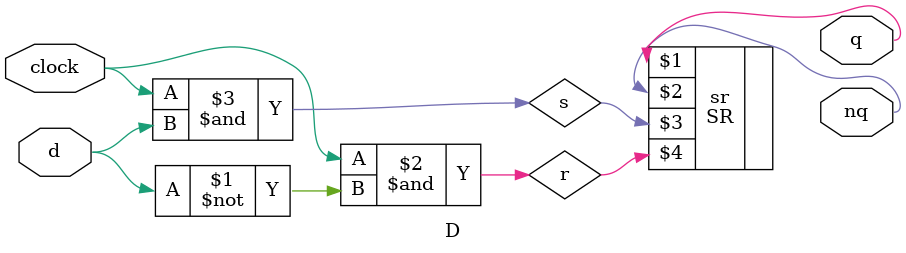
<source format=v>
module D(output q, output nq, input clock, input d);

    wire r, s;

    assign
        r = clock & (~d);

    assign
        s = clock & d;
    
    SR sr(q, nq, s, r);

endmodule
</source>
